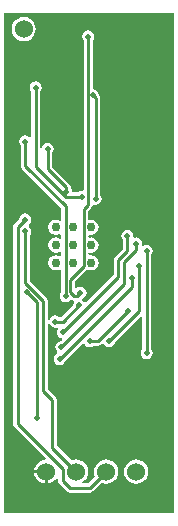
<source format=gbl>
G04*
G04 #@! TF.GenerationSoftware,Altium Limited,Altium Designer,20.2.4 (192)*
G04*
G04 Layer_Physical_Order=2*
G04 Layer_Color=16711680*
%FSLAX25Y25*%
%MOIN*%
G70*
G04*
G04 #@! TF.SameCoordinates,C5831E6D-2EEE-4114-93DC-BC8679F25CA8*
G04*
G04*
G04 #@! TF.FilePolarity,Positive*
G04*
G01*
G75*
%ADD34C,0.01000*%
%ADD35C,0.06000*%
%ADD36C,0.02000*%
%ADD37C,0.03000*%
%ADD38C,0.01181*%
G36*
X370471Y119029D02*
X314029D01*
X314029Y286000D01*
X370471D01*
X370471Y119029D01*
D02*
G37*
%LPC*%
G36*
X320500Y284535D02*
X319456Y284397D01*
X318483Y283994D01*
X317647Y283353D01*
X317006Y282517D01*
X316603Y281544D01*
X316465Y280500D01*
X316603Y279456D01*
X317006Y278483D01*
X317647Y277647D01*
X318483Y277006D01*
X319456Y276603D01*
X320500Y276466D01*
X321544Y276603D01*
X322517Y277006D01*
X323353Y277647D01*
X323994Y278483D01*
X324397Y279456D01*
X324535Y280500D01*
X324397Y281544D01*
X323994Y282517D01*
X323353Y283353D01*
X322517Y283994D01*
X321544Y284397D01*
X320500Y284535D01*
D02*
G37*
G36*
X342000Y280039D02*
X341220Y279884D01*
X340558Y279442D01*
X340116Y278780D01*
X339961Y278000D01*
X340116Y277220D01*
X340471Y276689D01*
Y226840D01*
X340084Y226522D01*
X340000Y226539D01*
X339220Y226384D01*
X338689Y226029D01*
X336961D01*
X336740Y226299D01*
X336585Y227080D01*
X336230Y227610D01*
Y227799D01*
X336114Y228384D01*
X335782Y228881D01*
X330029Y234633D01*
Y239189D01*
X330384Y239720D01*
X330539Y240500D01*
X330384Y241280D01*
X329942Y241942D01*
X329280Y242384D01*
X328500Y242539D01*
X327720Y242384D01*
X327058Y241942D01*
X326616Y241280D01*
X326529Y240845D01*
X326029Y240894D01*
Y259689D01*
X326384Y260220D01*
X326539Y261000D01*
X326384Y261780D01*
X325942Y262442D01*
X325280Y262884D01*
X324500Y263039D01*
X323720Y262884D01*
X323058Y262442D01*
X322616Y261780D01*
X322461Y261000D01*
X322616Y260220D01*
X322971Y259689D01*
Y244551D01*
X322471Y244399D01*
X322442Y244442D01*
X321780Y244884D01*
X321000Y245039D01*
X320220Y244884D01*
X319558Y244442D01*
X319116Y243780D01*
X318961Y243000D01*
X319116Y242220D01*
X319471Y241689D01*
Y235000D01*
X319587Y234415D01*
X319919Y233919D01*
X332971Y220866D01*
Y216810D01*
X332471Y216543D01*
X332133Y216768D01*
X331157Y216962D01*
X330182Y216768D01*
X329355Y216216D01*
X328802Y215389D01*
X328608Y214413D01*
X328802Y213438D01*
X329355Y212611D01*
X330182Y212058D01*
X331157Y211864D01*
X332133Y212058D01*
X332471Y212284D01*
X332971Y212017D01*
Y210904D01*
X332471Y210637D01*
X332133Y210863D01*
X331157Y211057D01*
X330182Y210863D01*
X329355Y210310D01*
X328802Y209483D01*
X328608Y208508D01*
X328802Y207532D01*
X329355Y206705D01*
X330182Y206153D01*
X331157Y205959D01*
X332133Y206153D01*
X332471Y206379D01*
X332971Y206111D01*
Y204999D01*
X332471Y204732D01*
X332133Y204957D01*
X331157Y205151D01*
X330182Y204957D01*
X329355Y204405D01*
X328802Y203578D01*
X328608Y202602D01*
X328802Y201627D01*
X329355Y200800D01*
X330182Y200247D01*
X331157Y200053D01*
X332133Y200247D01*
X332471Y200473D01*
X332971Y200206D01*
Y192811D01*
X332616Y192280D01*
X332461Y191500D01*
X332616Y190720D01*
X333058Y190058D01*
X333720Y189616D01*
X334500Y189461D01*
X335280Y189616D01*
X335942Y190058D01*
X336264Y190540D01*
X336294Y190543D01*
X336790Y190211D01*
X337096Y190150D01*
X337338Y189624D01*
X337337Y189611D01*
X337116Y189280D01*
X336992Y188654D01*
X332867Y184529D01*
X332311D01*
X331780Y184884D01*
X331000Y185039D01*
X330220Y184884D01*
X329558Y184442D01*
X329116Y183780D01*
X329029Y183345D01*
X328529Y183394D01*
Y190000D01*
X328413Y190585D01*
X328081Y191081D01*
X322529Y196634D01*
Y211791D01*
X322884Y212321D01*
X323039Y213102D01*
X322884Y213882D01*
X322442Y214544D01*
X322133Y214750D01*
Y215352D01*
X322442Y215558D01*
X322884Y216220D01*
X323039Y217000D01*
X322884Y217780D01*
X322442Y218442D01*
X321780Y218884D01*
X321000Y219039D01*
X320220Y218884D01*
X319558Y218442D01*
X319116Y217780D01*
X318991Y217154D01*
X317419Y215581D01*
X317087Y215085D01*
X316971Y214500D01*
Y182500D01*
Y149000D01*
X317087Y148415D01*
X317419Y147919D01*
X327822Y137515D01*
X327642Y136987D01*
X326956Y136897D01*
X325983Y136494D01*
X325147Y135853D01*
X324506Y135017D01*
X324103Y134044D01*
X324031Y133500D01*
X328000D01*
Y133000D01*
X328500D01*
Y129031D01*
X329044Y129103D01*
X330017Y129506D01*
X330853Y130147D01*
X331471Y130952D01*
X331524Y130955D01*
X331971Y130700D01*
Y130000D01*
X332087Y129415D01*
X332419Y128919D01*
X334919Y126419D01*
X335415Y126087D01*
X336000Y125971D01*
X342500D01*
X343085Y126087D01*
X343581Y126419D01*
X346468Y129305D01*
X346956Y129103D01*
X348000Y128965D01*
X349044Y129103D01*
X350017Y129506D01*
X350853Y130147D01*
X351494Y130983D01*
X351897Y131956D01*
X352034Y133000D01*
X351897Y134044D01*
X351494Y135017D01*
X350853Y135853D01*
X350017Y136494D01*
X349044Y136897D01*
X348000Y137034D01*
X346956Y136897D01*
X345983Y136494D01*
X345147Y135853D01*
X344506Y135017D01*
X344103Y134044D01*
X343966Y133000D01*
X344103Y131956D01*
X344305Y131468D01*
X341866Y129029D01*
X340300D01*
X340045Y129476D01*
X340048Y129529D01*
X340853Y130147D01*
X341494Y130983D01*
X341897Y131956D01*
X342035Y133000D01*
X341897Y134044D01*
X341494Y135017D01*
X340853Y135853D01*
X340017Y136494D01*
X339044Y136897D01*
X338000Y137034D01*
X336956Y136897D01*
X336468Y136695D01*
X331529Y141633D01*
Y157000D01*
X331413Y157585D01*
X331081Y158081D01*
X328529Y160634D01*
Y182606D01*
X329029Y182655D01*
X329116Y182220D01*
X329558Y181558D01*
X330220Y181116D01*
X331000Y180961D01*
X331541Y181069D01*
X331842Y180619D01*
X331616Y180280D01*
X331461Y179500D01*
X331616Y178720D01*
X332058Y178058D01*
X332720Y177616D01*
X333159Y177529D01*
X333323Y176986D01*
X332805Y176468D01*
X332220Y176351D01*
X331558Y175909D01*
X331116Y175248D01*
X330961Y174468D01*
X331116Y173687D01*
X331558Y173026D01*
X331747Y172899D01*
X331732Y172617D01*
X331669Y172350D01*
X331058Y171942D01*
X330616Y171280D01*
X330461Y170500D01*
X330616Y169720D01*
X331058Y169058D01*
X331720Y168616D01*
X332500Y168461D01*
X333280Y168616D01*
X333942Y169058D01*
X334384Y169720D01*
X334508Y170346D01*
X340119Y175956D01*
X340598Y175811D01*
X340616Y175720D01*
X341058Y175058D01*
X341720Y174616D01*
X342500Y174461D01*
X343280Y174616D01*
X343811Y174971D01*
X345256D01*
X345841Y175087D01*
X346337Y175419D01*
X346644Y175725D01*
X347208Y175582D01*
X347558Y175058D01*
X348220Y174616D01*
X349000Y174461D01*
X349780Y174616D01*
X350442Y175058D01*
X350884Y175720D01*
X351009Y176346D01*
X359509Y184846D01*
X359971Y184654D01*
Y173811D01*
X359616Y173280D01*
X359461Y172500D01*
X359616Y171720D01*
X360058Y171058D01*
X360720Y170616D01*
X361500Y170461D01*
X362280Y170616D01*
X362942Y171058D01*
X363384Y171720D01*
X363539Y172500D01*
X363384Y173280D01*
X363029Y173811D01*
Y205189D01*
X363384Y205720D01*
X363539Y206500D01*
X363384Y207280D01*
X362942Y207942D01*
X362280Y208384D01*
X361500Y208539D01*
X360720Y208384D01*
X360382Y208158D01*
X359931Y208459D01*
X360039Y209000D01*
X359884Y209780D01*
X359442Y210442D01*
X358780Y210884D01*
X358000Y211039D01*
X357478Y210935D01*
X357045Y211323D01*
X357091Y211551D01*
X356935Y212332D01*
X356493Y212993D01*
X355832Y213435D01*
X355051Y213591D01*
X354271Y213435D01*
X353610Y212993D01*
X353168Y212332D01*
X353012Y211551D01*
X353168Y210771D01*
X353522Y210241D01*
Y207185D01*
X350919Y204581D01*
X350587Y204085D01*
X350471Y203500D01*
Y198634D01*
X341316Y189478D01*
X340694Y189564D01*
X340442Y189942D01*
X340112Y190162D01*
X340206Y190691D01*
X340867Y191133D01*
X341309Y191794D01*
X341464Y192575D01*
X341309Y193355D01*
X340867Y194017D01*
X340206Y194459D01*
X339425Y194614D01*
X338645Y194459D01*
X338029Y194047D01*
X337811Y194101D01*
X337529Y194237D01*
Y196367D01*
X341581Y200419D01*
X341629Y200490D01*
X341993Y200247D01*
X342969Y200053D01*
X343944Y200247D01*
X344771Y200800D01*
X345323Y201627D01*
X345517Y202602D01*
X345323Y203578D01*
X344771Y204405D01*
X343944Y204957D01*
X342969Y205151D01*
X342513Y205061D01*
X342109Y205392D01*
Y205718D01*
X342513Y206049D01*
X342969Y205959D01*
X343944Y206153D01*
X344771Y206705D01*
X345323Y207532D01*
X345517Y208508D01*
X345323Y209483D01*
X344771Y210310D01*
X343944Y210863D01*
X342969Y211057D01*
X342513Y210966D01*
X342109Y211298D01*
Y211624D01*
X342513Y211955D01*
X342969Y211864D01*
X343944Y212058D01*
X344771Y212611D01*
X345323Y213438D01*
X345517Y214413D01*
X345323Y215389D01*
X344771Y216216D01*
X343944Y216768D01*
X342969Y216962D01*
X342416Y216852D01*
X342029Y217170D01*
Y219866D01*
X343081Y220919D01*
X343413Y221415D01*
X343469Y221695D01*
X343659Y222014D01*
X344029Y222054D01*
X344500Y221961D01*
X345280Y222116D01*
X345942Y222558D01*
X346384Y223220D01*
X346539Y224000D01*
X346384Y224780D01*
X346029Y225311D01*
Y257401D01*
X345913Y257987D01*
X345581Y258483D01*
X345509Y258556D01*
X345384Y259182D01*
X344942Y259843D01*
X344280Y260285D01*
X343529Y260435D01*
Y276689D01*
X343884Y277220D01*
X344039Y278000D01*
X343884Y278780D01*
X343442Y279442D01*
X342780Y279884D01*
X342000Y280039D01*
D02*
G37*
G36*
X327500Y132500D02*
X324031D01*
X324103Y131956D01*
X324506Y130983D01*
X325147Y130147D01*
X325983Y129506D01*
X326956Y129103D01*
X327500Y129031D01*
Y132500D01*
D02*
G37*
G36*
X358000Y137034D02*
X356956Y136897D01*
X355983Y136494D01*
X355147Y135853D01*
X354506Y135017D01*
X354103Y134044D01*
X353965Y133000D01*
X354103Y131956D01*
X354506Y130983D01*
X355147Y130147D01*
X355983Y129506D01*
X356956Y129103D01*
X358000Y128965D01*
X359044Y129103D01*
X360017Y129506D01*
X360853Y130147D01*
X361494Y130983D01*
X361897Y131956D01*
X362035Y133000D01*
X361897Y134044D01*
X361494Y135017D01*
X360853Y135853D01*
X360017Y136494D01*
X359044Y136897D01*
X358000Y137034D01*
D02*
G37*
%LPD*%
D34*
X344500Y224000D02*
Y257401D01*
X343500Y258401D02*
X344500Y257401D01*
X342000Y222000D02*
Y278000D01*
X340500Y220500D02*
X342000Y222000D01*
X340500Y201500D02*
Y220500D01*
X336000Y197000D02*
X340500Y201500D01*
X336000Y193000D02*
Y197000D01*
Y193000D02*
X337376Y191624D01*
X338204D01*
X339155Y192575D01*
X339425D01*
X342500Y127500D02*
X348000Y133000D01*
X336000Y127500D02*
X342500D01*
X333500Y130000D02*
X336000Y127500D01*
X333500Y130000D02*
Y134000D01*
X318500Y149000D02*
X333500Y134000D01*
X318500Y149000D02*
Y182500D01*
Y214500D01*
X321000Y217000D01*
Y212715D02*
Y213102D01*
Y196000D02*
Y212715D01*
Y196000D02*
X327000Y190000D01*
Y160000D02*
Y190000D01*
Y160000D02*
X330000Y157000D01*
Y141000D02*
Y157000D01*
Y141000D02*
X338000Y133000D01*
X324500Y234500D02*
Y261000D01*
Y234500D02*
X334500Y224500D01*
X340000D01*
X331000Y183000D02*
X333500D01*
X339000Y188500D01*
X321000Y235000D02*
X334500Y221500D01*
Y191500D02*
Y221500D01*
X334701Y226299D02*
Y227799D01*
X328500Y234000D02*
X334701Y227799D01*
X321500Y193000D02*
X325000Y189500D01*
Y151000D02*
Y189500D01*
X333000Y174468D02*
Y174500D01*
X354000Y195500D02*
Y203000D01*
X333000Y174500D02*
X354000Y195500D01*
X321000Y235000D02*
Y243000D01*
X342500Y176500D02*
X345256D01*
X355256Y186500D01*
X328500Y234000D02*
Y240500D01*
X355051Y206552D02*
Y211551D01*
X352000Y203500D02*
X355051Y206552D01*
X352000Y198000D02*
Y203500D01*
X333500Y179500D02*
X352000Y198000D01*
X358000Y207000D02*
Y209000D01*
X354000Y203000D02*
X358000Y207000D01*
X356500Y194500D02*
Y197500D01*
X332500Y170500D02*
X356500Y194500D01*
X359000Y186500D02*
Y201500D01*
X349000Y176500D02*
X359000Y186500D01*
X361500Y172500D02*
Y206500D01*
D35*
X320500Y280500D02*
D03*
X328000Y133000D02*
D03*
X338000D02*
D03*
X348000D02*
D03*
X358000D02*
D03*
D36*
X342000Y278000D02*
D03*
X344500Y224000D02*
D03*
X339425Y192575D02*
D03*
X321000Y217000D02*
D03*
Y213102D02*
D03*
X324500Y261000D02*
D03*
X340000Y224500D02*
D03*
X331000Y183000D02*
D03*
X339000Y188500D02*
D03*
X334500Y191500D02*
D03*
X343500Y258401D02*
D03*
X334701Y226299D02*
D03*
X321500Y193000D02*
D03*
X325000Y151000D02*
D03*
X342500Y176500D02*
D03*
X355256Y186500D02*
D03*
X361500Y172500D02*
D03*
X349000Y176500D02*
D03*
X333000Y174468D02*
D03*
X333500Y179500D02*
D03*
X332500Y170500D02*
D03*
X328500Y240500D02*
D03*
X321000Y243000D02*
D03*
X355051Y211551D02*
D03*
X358000Y209000D02*
D03*
X356500Y197500D02*
D03*
X359000Y201500D02*
D03*
X361500Y206500D02*
D03*
D37*
X337063Y208508D02*
D03*
X331157D02*
D03*
Y214413D02*
D03*
X337063D02*
D03*
X342969D02*
D03*
Y208508D02*
D03*
Y202602D02*
D03*
X337063D02*
D03*
X331157D02*
D03*
D38*
X324500Y223000D02*
D03*
M02*

</source>
